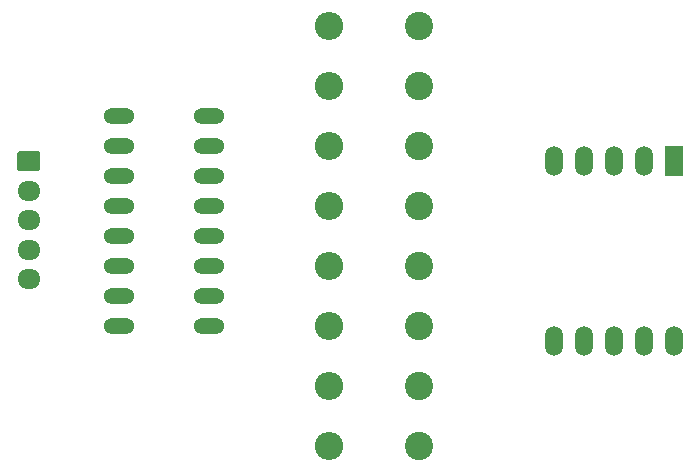
<source format=gbr>
G04 #@! TF.GenerationSoftware,KiCad,Pcbnew,(5.1.2)-2*
G04 #@! TF.CreationDate,2019-09-23T07:30:52-10:00*
G04 #@! TF.ProjectId,595N_7SEG,3539354e-5f37-4534-9547-2e6b69636164,rev?*
G04 #@! TF.SameCoordinates,Original*
G04 #@! TF.FileFunction,Copper,L2,Bot*
G04 #@! TF.FilePolarity,Positive*
%FSLAX46Y46*%
G04 Gerber Fmt 4.6, Leading zero omitted, Abs format (unit mm)*
G04 Created by KiCad (PCBNEW (5.1.2)-2) date 2019-09-23 07:30:52*
%MOMM*%
%LPD*%
G04 APERTURE LIST*
%ADD10C,2.400000*%
%ADD11O,2.400000X2.400000*%
%ADD12O,1.524000X2.524000*%
%ADD13R,1.524000X2.524000*%
%ADD14C,0.100000*%
%ADD15C,1.700000*%
%ADD16O,1.950000X1.700000*%
%ADD17O,2.641600X1.320800*%
G04 APERTURE END LIST*
D10*
X130810000Y-85090000D03*
D11*
X123190000Y-85090000D03*
D12*
X152400000Y-96520000D03*
X149860000Y-96520000D03*
X147320000Y-96520000D03*
X144780000Y-96520000D03*
X142240000Y-96520000D03*
X142240000Y-81280000D03*
X144780000Y-81280000D03*
X147320000Y-81280000D03*
X149860000Y-81280000D03*
D13*
X152400000Y-81280000D03*
D14*
G36*
X98539504Y-80471204D02*
G01*
X98563773Y-80474804D01*
X98587571Y-80480765D01*
X98610671Y-80489030D01*
X98632849Y-80499520D01*
X98653893Y-80512133D01*
X98673598Y-80526747D01*
X98691777Y-80543223D01*
X98708253Y-80561402D01*
X98722867Y-80581107D01*
X98735480Y-80602151D01*
X98745970Y-80624329D01*
X98754235Y-80647429D01*
X98760196Y-80671227D01*
X98763796Y-80695496D01*
X98765000Y-80720000D01*
X98765000Y-81920000D01*
X98763796Y-81944504D01*
X98760196Y-81968773D01*
X98754235Y-81992571D01*
X98745970Y-82015671D01*
X98735480Y-82037849D01*
X98722867Y-82058893D01*
X98708253Y-82078598D01*
X98691777Y-82096777D01*
X98673598Y-82113253D01*
X98653893Y-82127867D01*
X98632849Y-82140480D01*
X98610671Y-82150970D01*
X98587571Y-82159235D01*
X98563773Y-82165196D01*
X98539504Y-82168796D01*
X98515000Y-82170000D01*
X97065000Y-82170000D01*
X97040496Y-82168796D01*
X97016227Y-82165196D01*
X96992429Y-82159235D01*
X96969329Y-82150970D01*
X96947151Y-82140480D01*
X96926107Y-82127867D01*
X96906402Y-82113253D01*
X96888223Y-82096777D01*
X96871747Y-82078598D01*
X96857133Y-82058893D01*
X96844520Y-82037849D01*
X96834030Y-82015671D01*
X96825765Y-81992571D01*
X96819804Y-81968773D01*
X96816204Y-81944504D01*
X96815000Y-81920000D01*
X96815000Y-80720000D01*
X96816204Y-80695496D01*
X96819804Y-80671227D01*
X96825765Y-80647429D01*
X96834030Y-80624329D01*
X96844520Y-80602151D01*
X96857133Y-80581107D01*
X96871747Y-80561402D01*
X96888223Y-80543223D01*
X96906402Y-80526747D01*
X96926107Y-80512133D01*
X96947151Y-80499520D01*
X96969329Y-80489030D01*
X96992429Y-80480765D01*
X97016227Y-80474804D01*
X97040496Y-80471204D01*
X97065000Y-80470000D01*
X98515000Y-80470000D01*
X98539504Y-80471204D01*
X98539504Y-80471204D01*
G37*
D15*
X97790000Y-81320000D03*
D16*
X97790000Y-83820000D03*
X97790000Y-86320000D03*
X97790000Y-88820000D03*
X97790000Y-91320000D03*
D10*
X130810000Y-105410000D03*
D11*
X123190000Y-105410000D03*
X123190000Y-100330000D03*
D10*
X130810000Y-100330000D03*
X130810000Y-95250000D03*
D11*
X123190000Y-95250000D03*
X123190000Y-90170000D03*
D10*
X130810000Y-90170000D03*
D11*
X123190000Y-80010000D03*
D10*
X130810000Y-80010000D03*
X130810000Y-74930000D03*
D11*
X123190000Y-74930000D03*
X123190000Y-69850000D03*
D10*
X130810000Y-69850000D03*
D17*
X113030000Y-95250000D03*
X113030000Y-92710000D03*
X113030000Y-80010000D03*
X113030000Y-77470000D03*
X113030000Y-90170000D03*
X113030000Y-87630000D03*
X113030000Y-82550000D03*
X113030000Y-85090000D03*
X105410000Y-77470000D03*
X105410000Y-80010000D03*
X105410000Y-82550000D03*
X105410000Y-85090000D03*
X105410000Y-87630000D03*
X105410000Y-90170000D03*
X105410000Y-92710000D03*
X105410000Y-95250000D03*
M02*

</source>
